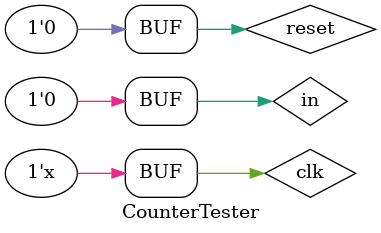
<source format=v>
`timescale 1ns / 1ps


module CounterTester;

	// Inputs
	reg in;
	reg clk;
	reg reset;

	// Outputs
	wire segA, segB, segC, segD, segE, segF, segG, segDp;
	wire an0, an1, an2, an3;
	wire scaledClk;

	// Instantiate the Unit Under Test (UUT)
	Counter uut (
		.in(in), 
		.clk(clk),
		.reset(reset),
		.segA(segA),
		.segB(segB),
		.segC(segC),
		.segD(segD),
		.segE(segE),
		.segF(segF),
		.segG(segG),
		.segDp(segDp),
		.an0(an0),
		.an1(an1),
		.an2(an2),
		.an3(an3),
		.scaledClk
	);

	initial begin
		// Initialize Inputs
		in = 0;
		clk = 0;
		reset = 0;
		
		// Wait 100 ns for global reset to finish
		#100;
        
		reset = 'b1;
		#100;
		reset = 'b0;
		
		// Add stimulus here
		in = 'b1;
		#20;
		in = 'b0;
		
		#20;
		
		in = 'b1;
		#20;
		in = 'b0;
		
	end
      
	always
		#10 clk <= ~clk;

endmodule


</source>
